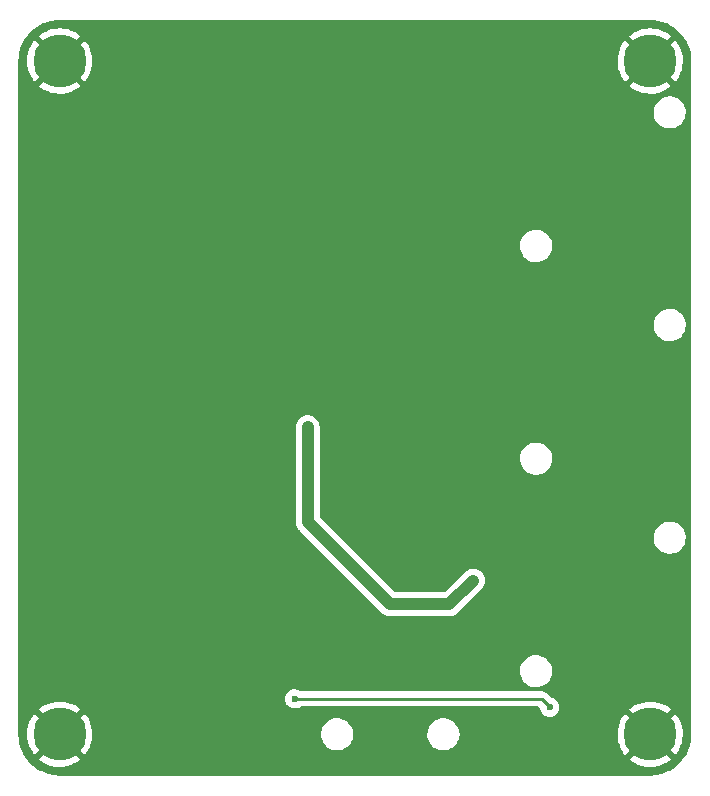
<source format=gbr>
%TF.GenerationSoftware,KiCad,Pcbnew,6.0.10-86aedd382b~118~ubuntu22.04.1*%
%TF.CreationDate,2023-01-01T10:29:27-05:00*%
%TF.ProjectId,project-nrf-princess-dress,70726f6a-6563-4742-9d6e-72662d707269,rev?*%
%TF.SameCoordinates,Original*%
%TF.FileFunction,Copper,L2,Bot*%
%TF.FilePolarity,Positive*%
%FSLAX46Y46*%
G04 Gerber Fmt 4.6, Leading zero omitted, Abs format (unit mm)*
G04 Created by KiCad (PCBNEW 6.0.10-86aedd382b~118~ubuntu22.04.1) date 2023-01-01 10:29:27*
%MOMM*%
%LPD*%
G01*
G04 APERTURE LIST*
%TA.AperFunction,ComponentPad*%
%ADD10C,4.500000*%
%TD*%
%TA.AperFunction,ViaPad*%
%ADD11C,0.800000*%
%TD*%
%TA.AperFunction,ViaPad*%
%ADD12C,0.600000*%
%TD*%
%TA.AperFunction,Conductor*%
%ADD13C,1.000000*%
%TD*%
%TA.AperFunction,Conductor*%
%ADD14C,0.250000*%
%TD*%
G04 APERTURE END LIST*
D10*
%TO.P,H4,1*%
%TO.N,GND*%
X99120000Y-85790000D03*
%TD*%
%TO.P,H3,1*%
%TO.N,GND*%
X49120000Y-85790000D03*
%TD*%
%TO.P,H2,1*%
%TO.N,GND*%
X99120000Y-28790000D03*
%TD*%
%TO.P,H1,1*%
%TO.N,GND*%
X49120000Y-28790000D03*
%TD*%
D11*
%TO.N,GND*%
X78920000Y-84190000D03*
X81020000Y-54790000D03*
X81020000Y-36790000D03*
X56720000Y-85590000D03*
X49520000Y-67290000D03*
D12*
X85920000Y-29790000D03*
X80320000Y-29790000D03*
D11*
X97720000Y-33990000D03*
X97720000Y-51990000D03*
X97720000Y-69990000D03*
D12*
X80320000Y-47790000D03*
X85820000Y-47790000D03*
X85820000Y-65790000D03*
X80420000Y-65790000D03*
X68820000Y-25890000D03*
X65420000Y-25890000D03*
X68620000Y-28490000D03*
X82120000Y-51790000D03*
X82120000Y-69790000D03*
X82120000Y-33790000D03*
D11*
X81020000Y-72790000D03*
%TO.N,+BATT*%
X84120000Y-72790000D03*
X70119952Y-59790000D03*
D12*
%TO.N,Net-(Q1-Pad1)*%
X90620000Y-83490000D03*
X69020000Y-82790000D03*
%TD*%
D13*
%TO.N,+BATT*%
X70119952Y-67789952D02*
X70119952Y-59790000D01*
X77120000Y-74790000D02*
X70119952Y-67789952D01*
X84120000Y-72790000D02*
X82120000Y-74790000D01*
X82120000Y-74790000D02*
X77120000Y-74790000D01*
D14*
%TO.N,Net-(Q1-Pad1)*%
X89920000Y-82790000D02*
X69020000Y-82790000D01*
X90620000Y-83490000D02*
X89920000Y-82790000D01*
%TD*%
%TA.AperFunction,Conductor*%
%TO.N,GND*%
G36*
X99090018Y-25300000D02*
G01*
X99104852Y-25302310D01*
X99104855Y-25302310D01*
X99113724Y-25303691D01*
X99122627Y-25302527D01*
X99122628Y-25302527D01*
X99133076Y-25301161D01*
X99155594Y-25300249D01*
X99456051Y-25315010D01*
X99468345Y-25316221D01*
X99795034Y-25364680D01*
X99807156Y-25367090D01*
X99901196Y-25390646D01*
X100127523Y-25447339D01*
X100139355Y-25450928D01*
X100450311Y-25562190D01*
X100461735Y-25566922D01*
X100529500Y-25598972D01*
X100760292Y-25708128D01*
X100771188Y-25713953D01*
X100912101Y-25798412D01*
X101054467Y-25883744D01*
X101064748Y-25890614D01*
X101330017Y-26087350D01*
X101339556Y-26095177D01*
X101584282Y-26316985D01*
X101593015Y-26325718D01*
X101814823Y-26570444D01*
X101822650Y-26579983D01*
X101887770Y-26667787D01*
X102019386Y-26845252D01*
X102026256Y-26855533D01*
X102111588Y-26997899D01*
X102137435Y-27041022D01*
X102196045Y-27138807D01*
X102201874Y-27149712D01*
X102343078Y-27448265D01*
X102347810Y-27459689D01*
X102459072Y-27770645D01*
X102462661Y-27782477D01*
X102542909Y-28102841D01*
X102545320Y-28114966D01*
X102591378Y-28425461D01*
X102593779Y-28441650D01*
X102594990Y-28453949D01*
X102595010Y-28454333D01*
X102609390Y-28747034D01*
X102608042Y-28772598D01*
X102606309Y-28783724D01*
X102608771Y-28802552D01*
X102610436Y-28815283D01*
X102611500Y-28831621D01*
X102611500Y-85740633D01*
X102610000Y-85760018D01*
X102609247Y-85764858D01*
X102606309Y-85783724D01*
X102607473Y-85792627D01*
X102607473Y-85792628D01*
X102608839Y-85803076D01*
X102609751Y-85825594D01*
X102596791Y-86089410D01*
X102594991Y-86126045D01*
X102593779Y-86138345D01*
X102545321Y-86465031D01*
X102542910Y-86477156D01*
X102533996Y-86512740D01*
X102462661Y-86797523D01*
X102459072Y-86809355D01*
X102347810Y-87120311D01*
X102343078Y-87131735D01*
X102201874Y-87430288D01*
X102196045Y-87441193D01*
X102026256Y-87724467D01*
X102019386Y-87734748D01*
X101822650Y-88000017D01*
X101814823Y-88009556D01*
X101593020Y-88254277D01*
X101584282Y-88263015D01*
X101339556Y-88484823D01*
X101330017Y-88492650D01*
X101135517Y-88636901D01*
X101064748Y-88689386D01*
X101054467Y-88696256D01*
X100912101Y-88781588D01*
X100771188Y-88866047D01*
X100760292Y-88871872D01*
X100625870Y-88935448D01*
X100461735Y-89013078D01*
X100450311Y-89017810D01*
X100139355Y-89129072D01*
X100127523Y-89132661D01*
X99901196Y-89189354D01*
X99807156Y-89212910D01*
X99795034Y-89215320D01*
X99468345Y-89263779D01*
X99456051Y-89264990D01*
X99162961Y-89279390D01*
X99137402Y-89278042D01*
X99126276Y-89276309D01*
X99094714Y-89280436D01*
X99078379Y-89281500D01*
X49169367Y-89281500D01*
X49149982Y-89280000D01*
X49135148Y-89277690D01*
X49135145Y-89277690D01*
X49126276Y-89276309D01*
X49117373Y-89277473D01*
X49117372Y-89277473D01*
X49106924Y-89278839D01*
X49084406Y-89279751D01*
X48783949Y-89264990D01*
X48771655Y-89263779D01*
X48444966Y-89215320D01*
X48432844Y-89212910D01*
X48338804Y-89189354D01*
X48112477Y-89132661D01*
X48100645Y-89129072D01*
X47789689Y-89017810D01*
X47778265Y-89013078D01*
X47614130Y-88935448D01*
X47479708Y-88871872D01*
X47468812Y-88866047D01*
X47327899Y-88781588D01*
X47185533Y-88696256D01*
X47175252Y-88689386D01*
X47104483Y-88636901D01*
X46909983Y-88492650D01*
X46900444Y-88484823D01*
X46655718Y-88263015D01*
X46646980Y-88254277D01*
X46425177Y-88009556D01*
X46417350Y-88000017D01*
X46352059Y-87911982D01*
X47363142Y-87911982D01*
X47370668Y-87922415D01*
X47516463Y-88039848D01*
X47522648Y-88044244D01*
X47798363Y-88216195D01*
X47805034Y-88219817D01*
X48099414Y-88357402D01*
X48106468Y-88360195D01*
X48415257Y-88461420D01*
X48422570Y-88463339D01*
X48741298Y-88526738D01*
X48748789Y-88527764D01*
X49072823Y-88552413D01*
X49080386Y-88552531D01*
X49405021Y-88538074D01*
X49412562Y-88537282D01*
X49733115Y-88483926D01*
X49740479Y-88482240D01*
X50052315Y-88390757D01*
X50059424Y-88388198D01*
X50358003Y-88259919D01*
X50364770Y-88256515D01*
X50645764Y-88093301D01*
X50652071Y-88089111D01*
X50870005Y-87924588D01*
X50878461Y-87913197D01*
X50877794Y-87911982D01*
X97363142Y-87911982D01*
X97370668Y-87922415D01*
X97516463Y-88039848D01*
X97522648Y-88044244D01*
X97798363Y-88216195D01*
X97805034Y-88219817D01*
X98099414Y-88357402D01*
X98106468Y-88360195D01*
X98415257Y-88461420D01*
X98422570Y-88463339D01*
X98741298Y-88526738D01*
X98748789Y-88527764D01*
X99072823Y-88552413D01*
X99080386Y-88552531D01*
X99405021Y-88538074D01*
X99412562Y-88537282D01*
X99733115Y-88483926D01*
X99740479Y-88482240D01*
X100052315Y-88390757D01*
X100059424Y-88388198D01*
X100358003Y-88259919D01*
X100364770Y-88256515D01*
X100645764Y-88093301D01*
X100652071Y-88089111D01*
X100870005Y-87924588D01*
X100878461Y-87913197D01*
X100871743Y-87900953D01*
X99132812Y-86162022D01*
X99118868Y-86154408D01*
X99117035Y-86154539D01*
X99110420Y-86158790D01*
X97370257Y-87898953D01*
X97363142Y-87911982D01*
X50877794Y-87911982D01*
X50871743Y-87900953D01*
X49132812Y-86162022D01*
X49118868Y-86154408D01*
X49117035Y-86154539D01*
X49110420Y-86158790D01*
X47370257Y-87898953D01*
X47363142Y-87911982D01*
X46352059Y-87911982D01*
X46220614Y-87734748D01*
X46213744Y-87724467D01*
X46043955Y-87441193D01*
X46038126Y-87430288D01*
X45896922Y-87131735D01*
X45892190Y-87120311D01*
X45780928Y-86809355D01*
X45777339Y-86797523D01*
X45706004Y-86512740D01*
X45697090Y-86477156D01*
X45694679Y-86465031D01*
X45646220Y-86138343D01*
X45645009Y-86126045D01*
X45643210Y-86089410D01*
X45636663Y-85956158D01*
X45630795Y-85836695D01*
X45632387Y-85809619D01*
X45633576Y-85802552D01*
X45633729Y-85790000D01*
X45630128Y-85764858D01*
X46357299Y-85764858D01*
X46373456Y-86089410D01*
X46374287Y-86096939D01*
X46429318Y-86417198D01*
X46431051Y-86424585D01*
X46524156Y-86735909D01*
X46526759Y-86743022D01*
X46656595Y-87040913D01*
X46660037Y-87047669D01*
X46824720Y-87327803D01*
X46828943Y-87334088D01*
X46985792Y-87539608D01*
X46997316Y-87548069D01*
X47009382Y-87541408D01*
X48747978Y-85802812D01*
X48754356Y-85791132D01*
X49484408Y-85791132D01*
X49484539Y-85792965D01*
X49488790Y-85799580D01*
X51228825Y-87539615D01*
X51241948Y-87546781D01*
X51252250Y-87539391D01*
X51361429Y-87405285D01*
X51365842Y-87399144D01*
X51539248Y-87124312D01*
X51542895Y-87117677D01*
X51682025Y-86824011D01*
X51684850Y-86816984D01*
X51787696Y-86508715D01*
X51789650Y-86501424D01*
X51854716Y-86183033D01*
X51855784Y-86175529D01*
X51882253Y-85850100D01*
X51882458Y-85845625D01*
X51883018Y-85792221D01*
X51882908Y-85787789D01*
X51879169Y-85725774D01*
X71258102Y-85725774D01*
X71258302Y-85731103D01*
X71258302Y-85731105D01*
X71260612Y-85792628D01*
X71266751Y-85956158D01*
X71314093Y-86181791D01*
X71398776Y-86396221D01*
X71401543Y-86400780D01*
X71401544Y-86400783D01*
X71440531Y-86465031D01*
X71518377Y-86593317D01*
X71521874Y-86597347D01*
X71642112Y-86735909D01*
X71669477Y-86767445D01*
X71673608Y-86770832D01*
X71843627Y-86910240D01*
X71843633Y-86910244D01*
X71847755Y-86913624D01*
X71852391Y-86916263D01*
X71852394Y-86916265D01*
X71925707Y-86957997D01*
X72048114Y-87027675D01*
X72264825Y-87106337D01*
X72270074Y-87107286D01*
X72270077Y-87107287D01*
X72487608Y-87146623D01*
X72487615Y-87146624D01*
X72491692Y-87147361D01*
X72509414Y-87148197D01*
X72514356Y-87148430D01*
X72514363Y-87148430D01*
X72515844Y-87148500D01*
X72677890Y-87148500D01*
X72744809Y-87142822D01*
X72844409Y-87134371D01*
X72844413Y-87134370D01*
X72849720Y-87133920D01*
X72854875Y-87132582D01*
X72854881Y-87132581D01*
X73067703Y-87077343D01*
X73067707Y-87077342D01*
X73072872Y-87076001D01*
X73077738Y-87073809D01*
X73077741Y-87073808D01*
X73278202Y-86983507D01*
X73283075Y-86981312D01*
X73474319Y-86852559D01*
X73532012Y-86797523D01*
X73637278Y-86697103D01*
X73641135Y-86693424D01*
X73778754Y-86508458D01*
X73782331Y-86501424D01*
X73880822Y-86307704D01*
X73883240Y-86302949D01*
X73919321Y-86186752D01*
X73950024Y-86087871D01*
X73951607Y-86082773D01*
X73952308Y-86077484D01*
X73981198Y-85859511D01*
X73981198Y-85859506D01*
X73981898Y-85854226D01*
X73979847Y-85799580D01*
X73977076Y-85725774D01*
X80258102Y-85725774D01*
X80258302Y-85731103D01*
X80258302Y-85731105D01*
X80260612Y-85792628D01*
X80266751Y-85956158D01*
X80314093Y-86181791D01*
X80398776Y-86396221D01*
X80401543Y-86400780D01*
X80401544Y-86400783D01*
X80440531Y-86465031D01*
X80518377Y-86593317D01*
X80521874Y-86597347D01*
X80642112Y-86735909D01*
X80669477Y-86767445D01*
X80673608Y-86770832D01*
X80843627Y-86910240D01*
X80843633Y-86910244D01*
X80847755Y-86913624D01*
X80852391Y-86916263D01*
X80852394Y-86916265D01*
X80925707Y-86957997D01*
X81048114Y-87027675D01*
X81264825Y-87106337D01*
X81270074Y-87107286D01*
X81270077Y-87107287D01*
X81487608Y-87146623D01*
X81487615Y-87146624D01*
X81491692Y-87147361D01*
X81509414Y-87148197D01*
X81514356Y-87148430D01*
X81514363Y-87148430D01*
X81515844Y-87148500D01*
X81677890Y-87148500D01*
X81744809Y-87142822D01*
X81844409Y-87134371D01*
X81844413Y-87134370D01*
X81849720Y-87133920D01*
X81854875Y-87132582D01*
X81854881Y-87132581D01*
X82067703Y-87077343D01*
X82067707Y-87077342D01*
X82072872Y-87076001D01*
X82077738Y-87073809D01*
X82077741Y-87073808D01*
X82278202Y-86983507D01*
X82283075Y-86981312D01*
X82474319Y-86852559D01*
X82532012Y-86797523D01*
X82637278Y-86697103D01*
X82641135Y-86693424D01*
X82778754Y-86508458D01*
X82782331Y-86501424D01*
X82880822Y-86307704D01*
X82883240Y-86302949D01*
X82919321Y-86186752D01*
X82950024Y-86087871D01*
X82951607Y-86082773D01*
X82952308Y-86077484D01*
X82981198Y-85859511D01*
X82981198Y-85859506D01*
X82981898Y-85854226D01*
X82979847Y-85799580D01*
X82978543Y-85764858D01*
X96357299Y-85764858D01*
X96373456Y-86089410D01*
X96374287Y-86096939D01*
X96429318Y-86417198D01*
X96431051Y-86424585D01*
X96524156Y-86735909D01*
X96526759Y-86743022D01*
X96656595Y-87040913D01*
X96660037Y-87047669D01*
X96824720Y-87327803D01*
X96828943Y-87334088D01*
X96985792Y-87539608D01*
X96997316Y-87548069D01*
X97009382Y-87541408D01*
X98747978Y-85802812D01*
X98754356Y-85791132D01*
X99484408Y-85791132D01*
X99484539Y-85792965D01*
X99488790Y-85799580D01*
X101228825Y-87539615D01*
X101241948Y-87546781D01*
X101252250Y-87539391D01*
X101361429Y-87405285D01*
X101365842Y-87399144D01*
X101539248Y-87124312D01*
X101542895Y-87117677D01*
X101682025Y-86824011D01*
X101684850Y-86816984D01*
X101787696Y-86508715D01*
X101789650Y-86501424D01*
X101854716Y-86183033D01*
X101855784Y-86175529D01*
X101882253Y-85850100D01*
X101882458Y-85845625D01*
X101883018Y-85792221D01*
X101882908Y-85787789D01*
X101863257Y-85461835D01*
X101862349Y-85454333D01*
X101803967Y-85134663D01*
X101802154Y-85127284D01*
X101705797Y-84816966D01*
X101703116Y-84809869D01*
X101570172Y-84513363D01*
X101566655Y-84506636D01*
X101399054Y-84228252D01*
X101394757Y-84221999D01*
X101253617Y-84041022D01*
X101241823Y-84032551D01*
X101230113Y-84039097D01*
X99492022Y-85777188D01*
X99484408Y-85791132D01*
X98754356Y-85791132D01*
X98755592Y-85788868D01*
X98755461Y-85787035D01*
X98751210Y-85780420D01*
X97010864Y-84040074D01*
X96997929Y-84033011D01*
X96987367Y-84040671D01*
X96861785Y-84198268D01*
X96857428Y-84204467D01*
X96686913Y-84481094D01*
X96683333Y-84487770D01*
X96547287Y-84782878D01*
X96544537Y-84789929D01*
X96444927Y-85099251D01*
X96443044Y-85106584D01*
X96381316Y-85425632D01*
X96380329Y-85433132D01*
X96357378Y-85757277D01*
X96357299Y-85764858D01*
X82978543Y-85764858D01*
X82973449Y-85629173D01*
X82973249Y-85623842D01*
X82925907Y-85398209D01*
X82841224Y-85183779D01*
X82721623Y-84986683D01*
X82634755Y-84886576D01*
X82574023Y-84816588D01*
X82574021Y-84816586D01*
X82570523Y-84812555D01*
X82528970Y-84778484D01*
X82396373Y-84669760D01*
X82396367Y-84669756D01*
X82392245Y-84666376D01*
X82387609Y-84663737D01*
X82387606Y-84663735D01*
X82196529Y-84554968D01*
X82191886Y-84552325D01*
X81975175Y-84473663D01*
X81969926Y-84472714D01*
X81969923Y-84472713D01*
X81752392Y-84433377D01*
X81752385Y-84433376D01*
X81748308Y-84432639D01*
X81730586Y-84431803D01*
X81725644Y-84431570D01*
X81725637Y-84431570D01*
X81724156Y-84431500D01*
X81562110Y-84431500D01*
X81495191Y-84437178D01*
X81395591Y-84445629D01*
X81395587Y-84445630D01*
X81390280Y-84446080D01*
X81385125Y-84447418D01*
X81385119Y-84447419D01*
X81172297Y-84502657D01*
X81172293Y-84502658D01*
X81167128Y-84503999D01*
X81162262Y-84506191D01*
X81162259Y-84506192D01*
X81053980Y-84554968D01*
X80956925Y-84598688D01*
X80765681Y-84727441D01*
X80598865Y-84886576D01*
X80461246Y-85071542D01*
X80458830Y-85076293D01*
X80458828Y-85076297D01*
X80432905Y-85127284D01*
X80356760Y-85277051D01*
X80355178Y-85282145D01*
X80355177Y-85282148D01*
X80313001Y-85417978D01*
X80288393Y-85497227D01*
X80287692Y-85502516D01*
X80272304Y-85618623D01*
X80258102Y-85725774D01*
X73977076Y-85725774D01*
X73973449Y-85629173D01*
X73973249Y-85623842D01*
X73925907Y-85398209D01*
X73841224Y-85183779D01*
X73721623Y-84986683D01*
X73634755Y-84886576D01*
X73574023Y-84816588D01*
X73574021Y-84816586D01*
X73570523Y-84812555D01*
X73528970Y-84778484D01*
X73396373Y-84669760D01*
X73396367Y-84669756D01*
X73392245Y-84666376D01*
X73387609Y-84663737D01*
X73387606Y-84663735D01*
X73196529Y-84554968D01*
X73191886Y-84552325D01*
X72975175Y-84473663D01*
X72969926Y-84472714D01*
X72969923Y-84472713D01*
X72752392Y-84433377D01*
X72752385Y-84433376D01*
X72748308Y-84432639D01*
X72730586Y-84431803D01*
X72725644Y-84431570D01*
X72725637Y-84431570D01*
X72724156Y-84431500D01*
X72562110Y-84431500D01*
X72495191Y-84437178D01*
X72395591Y-84445629D01*
X72395587Y-84445630D01*
X72390280Y-84446080D01*
X72385125Y-84447418D01*
X72385119Y-84447419D01*
X72172297Y-84502657D01*
X72172293Y-84502658D01*
X72167128Y-84503999D01*
X72162262Y-84506191D01*
X72162259Y-84506192D01*
X72053980Y-84554968D01*
X71956925Y-84598688D01*
X71765681Y-84727441D01*
X71598865Y-84886576D01*
X71461246Y-85071542D01*
X71458830Y-85076293D01*
X71458828Y-85076297D01*
X71432905Y-85127284D01*
X71356760Y-85277051D01*
X71355178Y-85282145D01*
X71355177Y-85282148D01*
X71313001Y-85417978D01*
X71288393Y-85497227D01*
X71287692Y-85502516D01*
X71272304Y-85618623D01*
X71258102Y-85725774D01*
X51879169Y-85725774D01*
X51863257Y-85461835D01*
X51862349Y-85454333D01*
X51803967Y-85134663D01*
X51802154Y-85127284D01*
X51705797Y-84816966D01*
X51703116Y-84809869D01*
X51570172Y-84513363D01*
X51566655Y-84506636D01*
X51399054Y-84228252D01*
X51394757Y-84221999D01*
X51253617Y-84041022D01*
X51241823Y-84032551D01*
X51230113Y-84039097D01*
X49492022Y-85777188D01*
X49484408Y-85791132D01*
X48754356Y-85791132D01*
X48755592Y-85788868D01*
X48755461Y-85787035D01*
X48751210Y-85780420D01*
X47010864Y-84040074D01*
X46997929Y-84033011D01*
X46987367Y-84040671D01*
X46861785Y-84198268D01*
X46857428Y-84204467D01*
X46686913Y-84481094D01*
X46683333Y-84487770D01*
X46547287Y-84782878D01*
X46544537Y-84789929D01*
X46444927Y-85099251D01*
X46443044Y-85106584D01*
X46381316Y-85425632D01*
X46380329Y-85433132D01*
X46357378Y-85757277D01*
X46357299Y-85764858D01*
X45630128Y-85764858D01*
X45629773Y-85762376D01*
X45628500Y-85744514D01*
X45628500Y-83667773D01*
X47362267Y-83667773D01*
X47368871Y-83679661D01*
X49107188Y-85417978D01*
X49121132Y-85425592D01*
X49122965Y-85425461D01*
X49129580Y-85421210D01*
X50870162Y-83680628D01*
X50877174Y-83667787D01*
X50869379Y-83657098D01*
X50699886Y-83523481D01*
X50693663Y-83519156D01*
X50416140Y-83350088D01*
X50409465Y-83346553D01*
X50113637Y-83212049D01*
X50106567Y-83209335D01*
X49796740Y-83111350D01*
X49789389Y-83109503D01*
X49470024Y-83049446D01*
X49462515Y-83048498D01*
X49138251Y-83027245D01*
X49130686Y-83027205D01*
X48806207Y-83045062D01*
X48798693Y-83045931D01*
X48478713Y-83102641D01*
X48471357Y-83104406D01*
X48160503Y-83199147D01*
X48153409Y-83201786D01*
X47856207Y-83333178D01*
X47849470Y-83336655D01*
X47570196Y-83502805D01*
X47563945Y-83507053D01*
X47370733Y-83656115D01*
X47362267Y-83667773D01*
X45628500Y-83667773D01*
X45628500Y-82778640D01*
X68206463Y-82778640D01*
X68224163Y-82959160D01*
X68281418Y-83131273D01*
X68285065Y-83137295D01*
X68285066Y-83137297D01*
X68328694Y-83209335D01*
X68375380Y-83286424D01*
X68501382Y-83416902D01*
X68507278Y-83420760D01*
X68632656Y-83502805D01*
X68653159Y-83516222D01*
X68659763Y-83518678D01*
X68659765Y-83518679D01*
X68816558Y-83576990D01*
X68816560Y-83576990D01*
X68823168Y-83579448D01*
X68906995Y-83590633D01*
X68995980Y-83602507D01*
X68995984Y-83602507D01*
X69002961Y-83603438D01*
X69009972Y-83602800D01*
X69009976Y-83602800D01*
X69152459Y-83589832D01*
X69183600Y-83586998D01*
X69190302Y-83584820D01*
X69190304Y-83584820D01*
X69349409Y-83533124D01*
X69349412Y-83533123D01*
X69356108Y-83530947D01*
X69506540Y-83441271D01*
X69571058Y-83423500D01*
X89605406Y-83423500D01*
X89673527Y-83443502D01*
X89694501Y-83460405D01*
X89784750Y-83550654D01*
X89818776Y-83612966D01*
X89821054Y-83627453D01*
X89824163Y-83659160D01*
X89881418Y-83831273D01*
X89885065Y-83837295D01*
X89885066Y-83837297D01*
X89895978Y-83855314D01*
X89975380Y-83986424D01*
X89980269Y-83991487D01*
X89980270Y-83991488D01*
X90027766Y-84040671D01*
X90101382Y-84116902D01*
X90253159Y-84216222D01*
X90259763Y-84218678D01*
X90259765Y-84218679D01*
X90416558Y-84276990D01*
X90416560Y-84276990D01*
X90423168Y-84279448D01*
X90506995Y-84290633D01*
X90595980Y-84302507D01*
X90595984Y-84302507D01*
X90602961Y-84303438D01*
X90609972Y-84302800D01*
X90609976Y-84302800D01*
X90752459Y-84289832D01*
X90783600Y-84286998D01*
X90790302Y-84284820D01*
X90790304Y-84284820D01*
X90949409Y-84233124D01*
X90949412Y-84233123D01*
X90956108Y-84230947D01*
X91111912Y-84138069D01*
X91243266Y-84012982D01*
X91343643Y-83861902D01*
X91408055Y-83692338D01*
X91409837Y-83679661D01*
X91411508Y-83667773D01*
X97362267Y-83667773D01*
X97368871Y-83679661D01*
X99107188Y-85417978D01*
X99121132Y-85425592D01*
X99122965Y-85425461D01*
X99129580Y-85421210D01*
X100870162Y-83680628D01*
X100877174Y-83667787D01*
X100869379Y-83657098D01*
X100699886Y-83523481D01*
X100693663Y-83519156D01*
X100416140Y-83350088D01*
X100409465Y-83346553D01*
X100113637Y-83212049D01*
X100106567Y-83209335D01*
X99796740Y-83111350D01*
X99789389Y-83109503D01*
X99470024Y-83049446D01*
X99462515Y-83048498D01*
X99138251Y-83027245D01*
X99130686Y-83027205D01*
X98806207Y-83045062D01*
X98798693Y-83045931D01*
X98478713Y-83102641D01*
X98471357Y-83104406D01*
X98160503Y-83199147D01*
X98153409Y-83201786D01*
X97856207Y-83333178D01*
X97849470Y-83336655D01*
X97570196Y-83502805D01*
X97563945Y-83507053D01*
X97370733Y-83656115D01*
X97362267Y-83667773D01*
X91411508Y-83667773D01*
X91432748Y-83516639D01*
X91432748Y-83516636D01*
X91433299Y-83512717D01*
X91433616Y-83490000D01*
X91413397Y-83309745D01*
X91405276Y-83286424D01*
X91356064Y-83145106D01*
X91356062Y-83145103D01*
X91353745Y-83138448D01*
X91345086Y-83124590D01*
X91261359Y-82990598D01*
X91257626Y-82984624D01*
X91225379Y-82952151D01*
X91134778Y-82860915D01*
X91134774Y-82860912D01*
X91129815Y-82855918D01*
X90976666Y-82758727D01*
X90947463Y-82748328D01*
X90812425Y-82700243D01*
X90812420Y-82700242D01*
X90805790Y-82697881D01*
X90798802Y-82697048D01*
X90798799Y-82697047D01*
X90756008Y-82691945D01*
X90690734Y-82664018D01*
X90681831Y-82655926D01*
X90423652Y-82397747D01*
X90416112Y-82389461D01*
X90412000Y-82382982D01*
X90362348Y-82336356D01*
X90359507Y-82333602D01*
X90339770Y-82313865D01*
X90336573Y-82311385D01*
X90327551Y-82303680D01*
X90301100Y-82278841D01*
X90295321Y-82273414D01*
X90288375Y-82269595D01*
X90288372Y-82269593D01*
X90277566Y-82263652D01*
X90261047Y-82252801D01*
X90260583Y-82252441D01*
X90245041Y-82240386D01*
X90237772Y-82237241D01*
X90237768Y-82237238D01*
X90204463Y-82222826D01*
X90193813Y-82217609D01*
X90155060Y-82196305D01*
X90135437Y-82191267D01*
X90116734Y-82184863D01*
X90105420Y-82179967D01*
X90105419Y-82179967D01*
X90098145Y-82176819D01*
X90090322Y-82175580D01*
X90090312Y-82175577D01*
X90054476Y-82169901D01*
X90042856Y-82167495D01*
X90007711Y-82158472D01*
X90007710Y-82158472D01*
X90000030Y-82156500D01*
X89979776Y-82156500D01*
X89960065Y-82154949D01*
X89947886Y-82153020D01*
X89940057Y-82151780D01*
X89932165Y-82152526D01*
X89896039Y-82155941D01*
X89884181Y-82156500D01*
X69567338Y-82156500D01*
X69499824Y-82136885D01*
X69466583Y-82115790D01*
X69376666Y-82058727D01*
X69347463Y-82048328D01*
X69212425Y-82000243D01*
X69212420Y-82000242D01*
X69205790Y-81997881D01*
X69198802Y-81997048D01*
X69198799Y-81997047D01*
X69075698Y-81982368D01*
X69025680Y-81976404D01*
X69018677Y-81977140D01*
X69018676Y-81977140D01*
X68852288Y-81994628D01*
X68852286Y-81994629D01*
X68845288Y-81995364D01*
X68673579Y-82053818D01*
X68667575Y-82057512D01*
X68525095Y-82145166D01*
X68525092Y-82145168D01*
X68519088Y-82148862D01*
X68514053Y-82153793D01*
X68514050Y-82153795D01*
X68394525Y-82270843D01*
X68389493Y-82275771D01*
X68291235Y-82428238D01*
X68229197Y-82598685D01*
X68206463Y-82778640D01*
X45628500Y-82778640D01*
X45628500Y-80382628D01*
X88101248Y-80382628D01*
X88109897Y-80613012D01*
X88157239Y-80838645D01*
X88241922Y-81053075D01*
X88361523Y-81250171D01*
X88365020Y-81254201D01*
X88451584Y-81353957D01*
X88512623Y-81424299D01*
X88516754Y-81427686D01*
X88686773Y-81567094D01*
X88686779Y-81567098D01*
X88690901Y-81570478D01*
X88695537Y-81573117D01*
X88695540Y-81573119D01*
X88804568Y-81635181D01*
X88891260Y-81684529D01*
X89107971Y-81763191D01*
X89113220Y-81764140D01*
X89113223Y-81764141D01*
X89330754Y-81803477D01*
X89330761Y-81803478D01*
X89334838Y-81804215D01*
X89352560Y-81805051D01*
X89357502Y-81805284D01*
X89357509Y-81805284D01*
X89358990Y-81805354D01*
X89521036Y-81805354D01*
X89587955Y-81799676D01*
X89687555Y-81791225D01*
X89687559Y-81791224D01*
X89692866Y-81790774D01*
X89698021Y-81789436D01*
X89698027Y-81789435D01*
X89910849Y-81734197D01*
X89910853Y-81734196D01*
X89916018Y-81732855D01*
X89920884Y-81730663D01*
X89920887Y-81730662D01*
X90121348Y-81640361D01*
X90126221Y-81638166D01*
X90317465Y-81509413D01*
X90484281Y-81350278D01*
X90621900Y-81165312D01*
X90726386Y-80959803D01*
X90762467Y-80843606D01*
X90793170Y-80744725D01*
X90794753Y-80739627D01*
X90795454Y-80734338D01*
X90824344Y-80516365D01*
X90824344Y-80516360D01*
X90825044Y-80511080D01*
X90816395Y-80280696D01*
X90769053Y-80055063D01*
X90684370Y-79840633D01*
X90564769Y-79643537D01*
X90477901Y-79543430D01*
X90417169Y-79473442D01*
X90417167Y-79473440D01*
X90413669Y-79469409D01*
X90372116Y-79435338D01*
X90239519Y-79326614D01*
X90239513Y-79326610D01*
X90235391Y-79323230D01*
X90230755Y-79320591D01*
X90230752Y-79320589D01*
X90039675Y-79211822D01*
X90035032Y-79209179D01*
X89818321Y-79130517D01*
X89813072Y-79129568D01*
X89813069Y-79129567D01*
X89595538Y-79090231D01*
X89595531Y-79090230D01*
X89591454Y-79089493D01*
X89573732Y-79088657D01*
X89568790Y-79088424D01*
X89568783Y-79088424D01*
X89567302Y-79088354D01*
X89405256Y-79088354D01*
X89338337Y-79094032D01*
X89238737Y-79102483D01*
X89238733Y-79102484D01*
X89233426Y-79102934D01*
X89228271Y-79104272D01*
X89228265Y-79104273D01*
X89015443Y-79159511D01*
X89015439Y-79159512D01*
X89010274Y-79160853D01*
X89005408Y-79163045D01*
X89005405Y-79163046D01*
X88897126Y-79211822D01*
X88800071Y-79255542D01*
X88608827Y-79384295D01*
X88442011Y-79543430D01*
X88304392Y-79728396D01*
X88199906Y-79933905D01*
X88198324Y-79938999D01*
X88198323Y-79939002D01*
X88136261Y-80138874D01*
X88131539Y-80154081D01*
X88130838Y-80159370D01*
X88115450Y-80275477D01*
X88101248Y-80382628D01*
X45628500Y-80382628D01*
X45628500Y-67779340D01*
X69106628Y-67779340D01*
X69107493Y-67789226D01*
X69111002Y-67829340D01*
X69111331Y-67834166D01*
X69111452Y-67836638D01*
X69111452Y-67839721D01*
X69111753Y-67842789D01*
X69115642Y-67882458D01*
X69115764Y-67883771D01*
X69116788Y-67895471D01*
X69123865Y-67976365D01*
X69125352Y-67981484D01*
X69125872Y-67986785D01*
X69152743Y-68075786D01*
X69153078Y-68076919D01*
X69177139Y-68159734D01*
X69179043Y-68166288D01*
X69181496Y-68171020D01*
X69183036Y-68176121D01*
X69185930Y-68181564D01*
X69226683Y-68258212D01*
X69227295Y-68259378D01*
X69270060Y-68341878D01*
X69273383Y-68346041D01*
X69275886Y-68350748D01*
X69334707Y-68422870D01*
X69335398Y-68423726D01*
X69366690Y-68462925D01*
X69369194Y-68465429D01*
X69369836Y-68466147D01*
X69373537Y-68470480D01*
X69400887Y-68504014D01*
X69405634Y-68507941D01*
X69405636Y-68507943D01*
X69436214Y-68533239D01*
X69444994Y-68541229D01*
X76363145Y-75459379D01*
X76372247Y-75469522D01*
X76395968Y-75499025D01*
X76400696Y-75502992D01*
X76434421Y-75531291D01*
X76438069Y-75534472D01*
X76439881Y-75536115D01*
X76442075Y-75538309D01*
X76475349Y-75565642D01*
X76476147Y-75566304D01*
X76547474Y-75626154D01*
X76552144Y-75628722D01*
X76556261Y-75632103D01*
X76638120Y-75675995D01*
X76639280Y-75676624D01*
X76715389Y-75718466D01*
X76715394Y-75718468D01*
X76720787Y-75721433D01*
X76725865Y-75723044D01*
X76730563Y-75725563D01*
X76819498Y-75752753D01*
X76820702Y-75753128D01*
X76909306Y-75781235D01*
X76914597Y-75781828D01*
X76919698Y-75783388D01*
X76925830Y-75784011D01*
X76925836Y-75784012D01*
X76986338Y-75790157D01*
X77012263Y-75792790D01*
X77013450Y-75792916D01*
X77042838Y-75796213D01*
X77059730Y-75798108D01*
X77059735Y-75798108D01*
X77063227Y-75798500D01*
X77066752Y-75798500D01*
X77067737Y-75798555D01*
X77073432Y-75799003D01*
X77085342Y-75800213D01*
X77110334Y-75802752D01*
X77110339Y-75802752D01*
X77116462Y-75803374D01*
X77162108Y-75799059D01*
X77173967Y-75798500D01*
X82058157Y-75798500D01*
X82071764Y-75799237D01*
X82103262Y-75802659D01*
X82103267Y-75802659D01*
X82109388Y-75803324D01*
X82135638Y-75801027D01*
X82159388Y-75798950D01*
X82164214Y-75798621D01*
X82166686Y-75798500D01*
X82169769Y-75798500D01*
X82181738Y-75797326D01*
X82212506Y-75794310D01*
X82213819Y-75794188D01*
X82258084Y-75790315D01*
X82306413Y-75786087D01*
X82311532Y-75784600D01*
X82316833Y-75784080D01*
X82405834Y-75757209D01*
X82406967Y-75756874D01*
X82490414Y-75732630D01*
X82490418Y-75732628D01*
X82496336Y-75730909D01*
X82501068Y-75728456D01*
X82506169Y-75726916D01*
X82522062Y-75718466D01*
X82588260Y-75683269D01*
X82589426Y-75682657D01*
X82666453Y-75642729D01*
X82671926Y-75639892D01*
X82676089Y-75636569D01*
X82680796Y-75634066D01*
X82752918Y-75575245D01*
X82753774Y-75574554D01*
X82792973Y-75543262D01*
X82795477Y-75540758D01*
X82796195Y-75540116D01*
X82800528Y-75536415D01*
X82834062Y-75509065D01*
X82863288Y-75473737D01*
X82871277Y-75464958D01*
X84866127Y-73470107D01*
X84868309Y-73467925D01*
X84962103Y-73353739D01*
X85055562Y-73179437D01*
X85113387Y-72990302D01*
X85133374Y-72793538D01*
X85114761Y-72596638D01*
X85058259Y-72407104D01*
X84966018Y-72232154D01*
X84841553Y-72078453D01*
X84689604Y-71951854D01*
X84515959Y-71857178D01*
X84421596Y-71827607D01*
X84333114Y-71799878D01*
X84333111Y-71799877D01*
X84327232Y-71798035D01*
X84321109Y-71797370D01*
X84321105Y-71797369D01*
X84136736Y-71777341D01*
X84136732Y-71777341D01*
X84130611Y-71776676D01*
X83933587Y-71793913D01*
X83927670Y-71795632D01*
X83927665Y-71795633D01*
X83796936Y-71833614D01*
X83743664Y-71849091D01*
X83568074Y-71940108D01*
X83533963Y-71967338D01*
X83449777Y-72034542D01*
X83449770Y-72034549D01*
X83447027Y-72036738D01*
X83444532Y-72039233D01*
X81739171Y-73744595D01*
X81676859Y-73778620D01*
X81650076Y-73781500D01*
X77589924Y-73781500D01*
X77521803Y-73761498D01*
X77500829Y-73744595D01*
X72825154Y-69068920D01*
X99414956Y-69068920D01*
X99423605Y-69299304D01*
X99470947Y-69524937D01*
X99555630Y-69739367D01*
X99675231Y-69936463D01*
X99678728Y-69940493D01*
X99765292Y-70040249D01*
X99826331Y-70110591D01*
X99830462Y-70113978D01*
X100000481Y-70253386D01*
X100000487Y-70253390D01*
X100004609Y-70256770D01*
X100009245Y-70259409D01*
X100009248Y-70259411D01*
X100118276Y-70321473D01*
X100204968Y-70370821D01*
X100421679Y-70449483D01*
X100426928Y-70450432D01*
X100426931Y-70450433D01*
X100644462Y-70489769D01*
X100644469Y-70489770D01*
X100648546Y-70490507D01*
X100666268Y-70491343D01*
X100671210Y-70491576D01*
X100671217Y-70491576D01*
X100672698Y-70491646D01*
X100834744Y-70491646D01*
X100901663Y-70485968D01*
X101001263Y-70477517D01*
X101001267Y-70477516D01*
X101006574Y-70477066D01*
X101011729Y-70475728D01*
X101011735Y-70475727D01*
X101224557Y-70420489D01*
X101224561Y-70420488D01*
X101229726Y-70419147D01*
X101234592Y-70416955D01*
X101234595Y-70416954D01*
X101435056Y-70326653D01*
X101439929Y-70324458D01*
X101631173Y-70195705D01*
X101797989Y-70036570D01*
X101935608Y-69851604D01*
X102040094Y-69646095D01*
X102076175Y-69529898D01*
X102106878Y-69431017D01*
X102108461Y-69425919D01*
X102109162Y-69420630D01*
X102138052Y-69202657D01*
X102138052Y-69202652D01*
X102138752Y-69197372D01*
X102130103Y-68966988D01*
X102082761Y-68741355D01*
X101998078Y-68526925D01*
X101986560Y-68507943D01*
X101887968Y-68345470D01*
X101878477Y-68329829D01*
X101791609Y-68229722D01*
X101730877Y-68159734D01*
X101730875Y-68159732D01*
X101727377Y-68155701D01*
X101630619Y-68076364D01*
X101553227Y-68012906D01*
X101553221Y-68012902D01*
X101549099Y-68009522D01*
X101544463Y-68006883D01*
X101544460Y-68006881D01*
X101353383Y-67898114D01*
X101348740Y-67895471D01*
X101132029Y-67816809D01*
X101126780Y-67815860D01*
X101126777Y-67815859D01*
X100909246Y-67776523D01*
X100909239Y-67776522D01*
X100905162Y-67775785D01*
X100887440Y-67774949D01*
X100882498Y-67774716D01*
X100882491Y-67774716D01*
X100881010Y-67774646D01*
X100718964Y-67774646D01*
X100663644Y-67779340D01*
X100552445Y-67788775D01*
X100552441Y-67788776D01*
X100547134Y-67789226D01*
X100541979Y-67790564D01*
X100541973Y-67790565D01*
X100329151Y-67845803D01*
X100329147Y-67845804D01*
X100323982Y-67847145D01*
X100319116Y-67849337D01*
X100319113Y-67849338D01*
X100210834Y-67898114D01*
X100113779Y-67941834D01*
X99922535Y-68070587D01*
X99755719Y-68229722D01*
X99618100Y-68414688D01*
X99615684Y-68419439D01*
X99615682Y-68419443D01*
X99613726Y-68423291D01*
X99513614Y-68620197D01*
X99512032Y-68625291D01*
X99512031Y-68625294D01*
X99449969Y-68825166D01*
X99445247Y-68840373D01*
X99444546Y-68845662D01*
X99429158Y-68961769D01*
X99414956Y-69068920D01*
X72825154Y-69068920D01*
X71165357Y-67409123D01*
X71131331Y-67346811D01*
X71128452Y-67320028D01*
X71128452Y-62382628D01*
X88101248Y-62382628D01*
X88109897Y-62613012D01*
X88157239Y-62838645D01*
X88241922Y-63053075D01*
X88361523Y-63250171D01*
X88365020Y-63254201D01*
X88451584Y-63353957D01*
X88512623Y-63424299D01*
X88516754Y-63427686D01*
X88686773Y-63567094D01*
X88686779Y-63567098D01*
X88690901Y-63570478D01*
X88695537Y-63573117D01*
X88695540Y-63573119D01*
X88804568Y-63635181D01*
X88891260Y-63684529D01*
X89107971Y-63763191D01*
X89113220Y-63764140D01*
X89113223Y-63764141D01*
X89330754Y-63803477D01*
X89330761Y-63803478D01*
X89334838Y-63804215D01*
X89352560Y-63805051D01*
X89357502Y-63805284D01*
X89357509Y-63805284D01*
X89358990Y-63805354D01*
X89521036Y-63805354D01*
X89587955Y-63799676D01*
X89687555Y-63791225D01*
X89687559Y-63791224D01*
X89692866Y-63790774D01*
X89698021Y-63789436D01*
X89698027Y-63789435D01*
X89910849Y-63734197D01*
X89910853Y-63734196D01*
X89916018Y-63732855D01*
X89920884Y-63730663D01*
X89920887Y-63730662D01*
X90121348Y-63640361D01*
X90126221Y-63638166D01*
X90317465Y-63509413D01*
X90484281Y-63350278D01*
X90621900Y-63165312D01*
X90726386Y-62959803D01*
X90762467Y-62843606D01*
X90793170Y-62744725D01*
X90794753Y-62739627D01*
X90795454Y-62734338D01*
X90824344Y-62516365D01*
X90824344Y-62516360D01*
X90825044Y-62511080D01*
X90816395Y-62280696D01*
X90769053Y-62055063D01*
X90684370Y-61840633D01*
X90564769Y-61643537D01*
X90477901Y-61543430D01*
X90417169Y-61473442D01*
X90417167Y-61473440D01*
X90413669Y-61469409D01*
X90372116Y-61435338D01*
X90239519Y-61326614D01*
X90239513Y-61326610D01*
X90235391Y-61323230D01*
X90230755Y-61320591D01*
X90230752Y-61320589D01*
X90039675Y-61211822D01*
X90035032Y-61209179D01*
X89818321Y-61130517D01*
X89813072Y-61129568D01*
X89813069Y-61129567D01*
X89595538Y-61090231D01*
X89595531Y-61090230D01*
X89591454Y-61089493D01*
X89573732Y-61088657D01*
X89568790Y-61088424D01*
X89568783Y-61088424D01*
X89567302Y-61088354D01*
X89405256Y-61088354D01*
X89338337Y-61094032D01*
X89238737Y-61102483D01*
X89238733Y-61102484D01*
X89233426Y-61102934D01*
X89228271Y-61104272D01*
X89228265Y-61104273D01*
X89015443Y-61159511D01*
X89015439Y-61159512D01*
X89010274Y-61160853D01*
X89005408Y-61163045D01*
X89005405Y-61163046D01*
X88897126Y-61211822D01*
X88800071Y-61255542D01*
X88608827Y-61384295D01*
X88442011Y-61543430D01*
X88304392Y-61728396D01*
X88199906Y-61933905D01*
X88198324Y-61938999D01*
X88198323Y-61939002D01*
X88136261Y-62138874D01*
X88131539Y-62154081D01*
X88130838Y-62159370D01*
X88115450Y-62275477D01*
X88101248Y-62382628D01*
X71128452Y-62382628D01*
X71128452Y-59740231D01*
X71127766Y-59733227D01*
X71114633Y-59599301D01*
X71114032Y-59593167D01*
X71056868Y-59403831D01*
X70964018Y-59229204D01*
X70893661Y-59142938D01*
X70842912Y-59080713D01*
X70842909Y-59080710D01*
X70839017Y-59075938D01*
X70832676Y-59070692D01*
X70691377Y-58953799D01*
X70691373Y-58953797D01*
X70686627Y-58949870D01*
X70512653Y-58855802D01*
X70323720Y-58797318D01*
X70317595Y-58796674D01*
X70317594Y-58796674D01*
X70133156Y-58777289D01*
X70133154Y-58777289D01*
X70127027Y-58776645D01*
X70044528Y-58784153D01*
X69936203Y-58794011D01*
X69936200Y-58794012D01*
X69930064Y-58794570D01*
X69924158Y-58796308D01*
X69924154Y-58796309D01*
X69819028Y-58827249D01*
X69740333Y-58850410D01*
X69734875Y-58853263D01*
X69734871Y-58853265D01*
X69644099Y-58900720D01*
X69565062Y-58942040D01*
X69410927Y-59065968D01*
X69283798Y-59217474D01*
X69280831Y-59222872D01*
X69280827Y-59222877D01*
X69277349Y-59229204D01*
X69188519Y-59390787D01*
X69186658Y-59396654D01*
X69186657Y-59396656D01*
X69130579Y-59573436D01*
X69128717Y-59579306D01*
X69111452Y-59733227D01*
X69111452Y-67728109D01*
X69110715Y-67741716D01*
X69106628Y-67779340D01*
X45628500Y-67779340D01*
X45628500Y-51068920D01*
X99414956Y-51068920D01*
X99423605Y-51299304D01*
X99470947Y-51524937D01*
X99555630Y-51739367D01*
X99675231Y-51936463D01*
X99678728Y-51940493D01*
X99765292Y-52040249D01*
X99826331Y-52110591D01*
X99830462Y-52113978D01*
X100000481Y-52253386D01*
X100000487Y-52253390D01*
X100004609Y-52256770D01*
X100009245Y-52259409D01*
X100009248Y-52259411D01*
X100118276Y-52321473D01*
X100204968Y-52370821D01*
X100421679Y-52449483D01*
X100426928Y-52450432D01*
X100426931Y-52450433D01*
X100644462Y-52489769D01*
X100644469Y-52489770D01*
X100648546Y-52490507D01*
X100666268Y-52491343D01*
X100671210Y-52491576D01*
X100671217Y-52491576D01*
X100672698Y-52491646D01*
X100834744Y-52491646D01*
X100901663Y-52485968D01*
X101001263Y-52477517D01*
X101001267Y-52477516D01*
X101006574Y-52477066D01*
X101011729Y-52475728D01*
X101011735Y-52475727D01*
X101224557Y-52420489D01*
X101224561Y-52420488D01*
X101229726Y-52419147D01*
X101234592Y-52416955D01*
X101234595Y-52416954D01*
X101435056Y-52326653D01*
X101439929Y-52324458D01*
X101631173Y-52195705D01*
X101797989Y-52036570D01*
X101935608Y-51851604D01*
X102040094Y-51646095D01*
X102076175Y-51529898D01*
X102106878Y-51431017D01*
X102108461Y-51425919D01*
X102109162Y-51420630D01*
X102138052Y-51202657D01*
X102138052Y-51202652D01*
X102138752Y-51197372D01*
X102130103Y-50966988D01*
X102082761Y-50741355D01*
X101998078Y-50526925D01*
X101878477Y-50329829D01*
X101791609Y-50229722D01*
X101730877Y-50159734D01*
X101730875Y-50159732D01*
X101727377Y-50155701D01*
X101685824Y-50121630D01*
X101553227Y-50012906D01*
X101553221Y-50012902D01*
X101549099Y-50009522D01*
X101544463Y-50006883D01*
X101544460Y-50006881D01*
X101353383Y-49898114D01*
X101348740Y-49895471D01*
X101132029Y-49816809D01*
X101126780Y-49815860D01*
X101126777Y-49815859D01*
X100909246Y-49776523D01*
X100909239Y-49776522D01*
X100905162Y-49775785D01*
X100887440Y-49774949D01*
X100882498Y-49774716D01*
X100882491Y-49774716D01*
X100881010Y-49774646D01*
X100718964Y-49774646D01*
X100652045Y-49780324D01*
X100552445Y-49788775D01*
X100552441Y-49788776D01*
X100547134Y-49789226D01*
X100541979Y-49790564D01*
X100541973Y-49790565D01*
X100329151Y-49845803D01*
X100329147Y-49845804D01*
X100323982Y-49847145D01*
X100319116Y-49849337D01*
X100319113Y-49849338D01*
X100210834Y-49898114D01*
X100113779Y-49941834D01*
X99922535Y-50070587D01*
X99755719Y-50229722D01*
X99618100Y-50414688D01*
X99513614Y-50620197D01*
X99512032Y-50625291D01*
X99512031Y-50625294D01*
X99449969Y-50825166D01*
X99445247Y-50840373D01*
X99444546Y-50845662D01*
X99429158Y-50961769D01*
X99414956Y-51068920D01*
X45628500Y-51068920D01*
X45628500Y-44382628D01*
X88101248Y-44382628D01*
X88109897Y-44613012D01*
X88157239Y-44838645D01*
X88241922Y-45053075D01*
X88361523Y-45250171D01*
X88365020Y-45254201D01*
X88451584Y-45353957D01*
X88512623Y-45424299D01*
X88516754Y-45427686D01*
X88686773Y-45567094D01*
X88686779Y-45567098D01*
X88690901Y-45570478D01*
X88695537Y-45573117D01*
X88695540Y-45573119D01*
X88804568Y-45635181D01*
X88891260Y-45684529D01*
X89107971Y-45763191D01*
X89113220Y-45764140D01*
X89113223Y-45764141D01*
X89330754Y-45803477D01*
X89330761Y-45803478D01*
X89334838Y-45804215D01*
X89352560Y-45805051D01*
X89357502Y-45805284D01*
X89357509Y-45805284D01*
X89358990Y-45805354D01*
X89521036Y-45805354D01*
X89587955Y-45799676D01*
X89687555Y-45791225D01*
X89687559Y-45791224D01*
X89692866Y-45790774D01*
X89698021Y-45789436D01*
X89698027Y-45789435D01*
X89910849Y-45734197D01*
X89910853Y-45734196D01*
X89916018Y-45732855D01*
X89920884Y-45730663D01*
X89920887Y-45730662D01*
X90121348Y-45640361D01*
X90126221Y-45638166D01*
X90317465Y-45509413D01*
X90484281Y-45350278D01*
X90621900Y-45165312D01*
X90726386Y-44959803D01*
X90762467Y-44843606D01*
X90793170Y-44744725D01*
X90794753Y-44739627D01*
X90795454Y-44734338D01*
X90824344Y-44516365D01*
X90824344Y-44516360D01*
X90825044Y-44511080D01*
X90816395Y-44280696D01*
X90769053Y-44055063D01*
X90684370Y-43840633D01*
X90564769Y-43643537D01*
X90477901Y-43543430D01*
X90417169Y-43473442D01*
X90417167Y-43473440D01*
X90413669Y-43469409D01*
X90372116Y-43435338D01*
X90239519Y-43326614D01*
X90239513Y-43326610D01*
X90235391Y-43323230D01*
X90230755Y-43320591D01*
X90230752Y-43320589D01*
X90039675Y-43211822D01*
X90035032Y-43209179D01*
X89818321Y-43130517D01*
X89813072Y-43129568D01*
X89813069Y-43129567D01*
X89595538Y-43090231D01*
X89595531Y-43090230D01*
X89591454Y-43089493D01*
X89573732Y-43088657D01*
X89568790Y-43088424D01*
X89568783Y-43088424D01*
X89567302Y-43088354D01*
X89405256Y-43088354D01*
X89338337Y-43094032D01*
X89238737Y-43102483D01*
X89238733Y-43102484D01*
X89233426Y-43102934D01*
X89228271Y-43104272D01*
X89228265Y-43104273D01*
X89015443Y-43159511D01*
X89015439Y-43159512D01*
X89010274Y-43160853D01*
X89005408Y-43163045D01*
X89005405Y-43163046D01*
X88897126Y-43211822D01*
X88800071Y-43255542D01*
X88608827Y-43384295D01*
X88442011Y-43543430D01*
X88304392Y-43728396D01*
X88199906Y-43933905D01*
X88198324Y-43938999D01*
X88198323Y-43939002D01*
X88136261Y-44138874D01*
X88131539Y-44154081D01*
X88130838Y-44159370D01*
X88115450Y-44275477D01*
X88101248Y-44382628D01*
X45628500Y-44382628D01*
X45628500Y-33068920D01*
X99414956Y-33068920D01*
X99423605Y-33299304D01*
X99470947Y-33524937D01*
X99555630Y-33739367D01*
X99675231Y-33936463D01*
X99678728Y-33940493D01*
X99765292Y-34040249D01*
X99826331Y-34110591D01*
X99830462Y-34113978D01*
X100000481Y-34253386D01*
X100000487Y-34253390D01*
X100004609Y-34256770D01*
X100009245Y-34259409D01*
X100009248Y-34259411D01*
X100118276Y-34321473D01*
X100204968Y-34370821D01*
X100421679Y-34449483D01*
X100426928Y-34450432D01*
X100426931Y-34450433D01*
X100644462Y-34489769D01*
X100644469Y-34489770D01*
X100648546Y-34490507D01*
X100666268Y-34491343D01*
X100671210Y-34491576D01*
X100671217Y-34491576D01*
X100672698Y-34491646D01*
X100834744Y-34491646D01*
X100901663Y-34485968D01*
X101001263Y-34477517D01*
X101001267Y-34477516D01*
X101006574Y-34477066D01*
X101011729Y-34475728D01*
X101011735Y-34475727D01*
X101224557Y-34420489D01*
X101224561Y-34420488D01*
X101229726Y-34419147D01*
X101234592Y-34416955D01*
X101234595Y-34416954D01*
X101435056Y-34326653D01*
X101439929Y-34324458D01*
X101631173Y-34195705D01*
X101797989Y-34036570D01*
X101935608Y-33851604D01*
X102040094Y-33646095D01*
X102076175Y-33529898D01*
X102106878Y-33431017D01*
X102108461Y-33425919D01*
X102109162Y-33420630D01*
X102138052Y-33202657D01*
X102138052Y-33202652D01*
X102138752Y-33197372D01*
X102130103Y-32966988D01*
X102082761Y-32741355D01*
X101998078Y-32526925D01*
X101878477Y-32329829D01*
X101791609Y-32229722D01*
X101730877Y-32159734D01*
X101730875Y-32159732D01*
X101727377Y-32155701D01*
X101685824Y-32121630D01*
X101553227Y-32012906D01*
X101553221Y-32012902D01*
X101549099Y-32009522D01*
X101544463Y-32006883D01*
X101544460Y-32006881D01*
X101353383Y-31898114D01*
X101348740Y-31895471D01*
X101132029Y-31816809D01*
X101126780Y-31815860D01*
X101126777Y-31815859D01*
X100909246Y-31776523D01*
X100909239Y-31776522D01*
X100905162Y-31775785D01*
X100887440Y-31774949D01*
X100882498Y-31774716D01*
X100882491Y-31774716D01*
X100881010Y-31774646D01*
X100718964Y-31774646D01*
X100652045Y-31780324D01*
X100552445Y-31788775D01*
X100552441Y-31788776D01*
X100547134Y-31789226D01*
X100541979Y-31790564D01*
X100541973Y-31790565D01*
X100329151Y-31845803D01*
X100329147Y-31845804D01*
X100323982Y-31847145D01*
X100319116Y-31849337D01*
X100319113Y-31849338D01*
X100210834Y-31898114D01*
X100113779Y-31941834D01*
X99922535Y-32070587D01*
X99755719Y-32229722D01*
X99618100Y-32414688D01*
X99513614Y-32620197D01*
X99512032Y-32625291D01*
X99512031Y-32625294D01*
X99449969Y-32825166D01*
X99445247Y-32840373D01*
X99444546Y-32845662D01*
X99429158Y-32961769D01*
X99414956Y-33068920D01*
X45628500Y-33068920D01*
X45628500Y-30911982D01*
X47363142Y-30911982D01*
X47370668Y-30922415D01*
X47516463Y-31039848D01*
X47522648Y-31044244D01*
X47798363Y-31216195D01*
X47805034Y-31219817D01*
X48099414Y-31357402D01*
X48106468Y-31360195D01*
X48415257Y-31461420D01*
X48422570Y-31463339D01*
X48741298Y-31526738D01*
X48748789Y-31527764D01*
X49072823Y-31552413D01*
X49080386Y-31552531D01*
X49405021Y-31538074D01*
X49412562Y-31537282D01*
X49733115Y-31483926D01*
X49740479Y-31482240D01*
X50052315Y-31390757D01*
X50059424Y-31388198D01*
X50358003Y-31259919D01*
X50364770Y-31256515D01*
X50645764Y-31093301D01*
X50652071Y-31089111D01*
X50870005Y-30924588D01*
X50878461Y-30913197D01*
X50877794Y-30911982D01*
X97363142Y-30911982D01*
X97370668Y-30922415D01*
X97516463Y-31039848D01*
X97522648Y-31044244D01*
X97798363Y-31216195D01*
X97805034Y-31219817D01*
X98099414Y-31357402D01*
X98106468Y-31360195D01*
X98415257Y-31461420D01*
X98422570Y-31463339D01*
X98741298Y-31526738D01*
X98748789Y-31527764D01*
X99072823Y-31552413D01*
X99080386Y-31552531D01*
X99405021Y-31538074D01*
X99412562Y-31537282D01*
X99733115Y-31483926D01*
X99740479Y-31482240D01*
X100052315Y-31390757D01*
X100059424Y-31388198D01*
X100358003Y-31259919D01*
X100364770Y-31256515D01*
X100645764Y-31093301D01*
X100652071Y-31089111D01*
X100870005Y-30924588D01*
X100878461Y-30913197D01*
X100871743Y-30900953D01*
X99132812Y-29162022D01*
X99118868Y-29154408D01*
X99117035Y-29154539D01*
X99110420Y-29158790D01*
X97370257Y-30898953D01*
X97363142Y-30911982D01*
X50877794Y-30911982D01*
X50871743Y-30900953D01*
X49132812Y-29162022D01*
X49118868Y-29154408D01*
X49117035Y-29154539D01*
X49110420Y-29158790D01*
X47370257Y-30898953D01*
X47363142Y-30911982D01*
X45628500Y-30911982D01*
X45628500Y-28843250D01*
X45630246Y-28822345D01*
X45632770Y-28807344D01*
X45632770Y-28807341D01*
X45633576Y-28802552D01*
X45633729Y-28790000D01*
X45633040Y-28785185D01*
X45633039Y-28785177D01*
X45631550Y-28774781D01*
X45631087Y-28764858D01*
X46357299Y-28764858D01*
X46373456Y-29089410D01*
X46374287Y-29096939D01*
X46429318Y-29417198D01*
X46431051Y-29424585D01*
X46524156Y-29735909D01*
X46526759Y-29743022D01*
X46656595Y-30040913D01*
X46660037Y-30047669D01*
X46824720Y-30327803D01*
X46828943Y-30334088D01*
X46985792Y-30539608D01*
X46997316Y-30548069D01*
X47009382Y-30541408D01*
X48747978Y-28802812D01*
X48754356Y-28791132D01*
X49484408Y-28791132D01*
X49484539Y-28792965D01*
X49488790Y-28799580D01*
X51228825Y-30539615D01*
X51241948Y-30546781D01*
X51252250Y-30539391D01*
X51361429Y-30405285D01*
X51365842Y-30399144D01*
X51539248Y-30124312D01*
X51542895Y-30117677D01*
X51682025Y-29824011D01*
X51684850Y-29816984D01*
X51787696Y-29508715D01*
X51789650Y-29501424D01*
X51854716Y-29183033D01*
X51855784Y-29175529D01*
X51882253Y-28850100D01*
X51882458Y-28845625D01*
X51883018Y-28792221D01*
X51882908Y-28787789D01*
X51881526Y-28764858D01*
X96357299Y-28764858D01*
X96373456Y-29089410D01*
X96374287Y-29096939D01*
X96429318Y-29417198D01*
X96431051Y-29424585D01*
X96524156Y-29735909D01*
X96526759Y-29743022D01*
X96656595Y-30040913D01*
X96660037Y-30047669D01*
X96824720Y-30327803D01*
X96828943Y-30334088D01*
X96985792Y-30539608D01*
X96997316Y-30548069D01*
X97009382Y-30541408D01*
X98747978Y-28802812D01*
X98754356Y-28791132D01*
X99484408Y-28791132D01*
X99484539Y-28792965D01*
X99488790Y-28799580D01*
X101228825Y-30539615D01*
X101241948Y-30546781D01*
X101252250Y-30539391D01*
X101361429Y-30405285D01*
X101365842Y-30399144D01*
X101539248Y-30124312D01*
X101542895Y-30117677D01*
X101682025Y-29824011D01*
X101684850Y-29816984D01*
X101787696Y-29508715D01*
X101789650Y-29501424D01*
X101854716Y-29183033D01*
X101855784Y-29175529D01*
X101882253Y-28850100D01*
X101882458Y-28845625D01*
X101883018Y-28792221D01*
X101882908Y-28787789D01*
X101863257Y-28461835D01*
X101862349Y-28454333D01*
X101803967Y-28134663D01*
X101802154Y-28127284D01*
X101705797Y-27816966D01*
X101703116Y-27809869D01*
X101570172Y-27513363D01*
X101566655Y-27506636D01*
X101399054Y-27228252D01*
X101394757Y-27221999D01*
X101253617Y-27041022D01*
X101241823Y-27032551D01*
X101230113Y-27039097D01*
X99492022Y-28777188D01*
X99484408Y-28791132D01*
X98754356Y-28791132D01*
X98755592Y-28788868D01*
X98755461Y-28787035D01*
X98751210Y-28780420D01*
X97010864Y-27040074D01*
X96997929Y-27033011D01*
X96987367Y-27040671D01*
X96861785Y-27198268D01*
X96857428Y-27204467D01*
X96686913Y-27481094D01*
X96683333Y-27487770D01*
X96547287Y-27782878D01*
X96544537Y-27789929D01*
X96444927Y-28099251D01*
X96443044Y-28106584D01*
X96381316Y-28425632D01*
X96380329Y-28433132D01*
X96357378Y-28757277D01*
X96357299Y-28764858D01*
X51881526Y-28764858D01*
X51863257Y-28461835D01*
X51862349Y-28454333D01*
X51803967Y-28134663D01*
X51802154Y-28127284D01*
X51705797Y-27816966D01*
X51703116Y-27809869D01*
X51570172Y-27513363D01*
X51566655Y-27506636D01*
X51399054Y-27228252D01*
X51394757Y-27221999D01*
X51253617Y-27041022D01*
X51241823Y-27032551D01*
X51230113Y-27039097D01*
X49492022Y-28777188D01*
X49484408Y-28791132D01*
X48754356Y-28791132D01*
X48755592Y-28788868D01*
X48755461Y-28787035D01*
X48751210Y-28780420D01*
X47010864Y-27040074D01*
X46997929Y-27033011D01*
X46987367Y-27040671D01*
X46861785Y-27198268D01*
X46857428Y-27204467D01*
X46686913Y-27481094D01*
X46683333Y-27487770D01*
X46547287Y-27782878D01*
X46544537Y-27789929D01*
X46444927Y-28099251D01*
X46443044Y-28106584D01*
X46381316Y-28425632D01*
X46380329Y-28433132D01*
X46357378Y-28757277D01*
X46357299Y-28764858D01*
X45631087Y-28764858D01*
X45630429Y-28750735D01*
X45644991Y-28454333D01*
X45645010Y-28453949D01*
X45646221Y-28441650D01*
X45648623Y-28425461D01*
X45694680Y-28114966D01*
X45697091Y-28102841D01*
X45777339Y-27782477D01*
X45780928Y-27770645D01*
X45892190Y-27459689D01*
X45896922Y-27448265D01*
X46038126Y-27149712D01*
X46043955Y-27138807D01*
X46102566Y-27041022D01*
X46128412Y-26997899D01*
X46213744Y-26855533D01*
X46220614Y-26845252D01*
X46352230Y-26667787D01*
X46352240Y-26667773D01*
X47362267Y-26667773D01*
X47368871Y-26679661D01*
X49107188Y-28417978D01*
X49121132Y-28425592D01*
X49122965Y-28425461D01*
X49129580Y-28421210D01*
X50870162Y-26680628D01*
X50877174Y-26667787D01*
X50877164Y-26667773D01*
X97362267Y-26667773D01*
X97368871Y-26679661D01*
X99107188Y-28417978D01*
X99121132Y-28425592D01*
X99122965Y-28425461D01*
X99129580Y-28421210D01*
X100870162Y-26680628D01*
X100877174Y-26667787D01*
X100869379Y-26657098D01*
X100699886Y-26523481D01*
X100693663Y-26519156D01*
X100416140Y-26350088D01*
X100409465Y-26346553D01*
X100113637Y-26212049D01*
X100106567Y-26209335D01*
X99796740Y-26111350D01*
X99789389Y-26109503D01*
X99470024Y-26049446D01*
X99462515Y-26048498D01*
X99138251Y-26027245D01*
X99130686Y-26027205D01*
X98806207Y-26045062D01*
X98798693Y-26045931D01*
X98478713Y-26102641D01*
X98471357Y-26104406D01*
X98160503Y-26199147D01*
X98153409Y-26201786D01*
X97856207Y-26333178D01*
X97849470Y-26336655D01*
X97570196Y-26502805D01*
X97563945Y-26507053D01*
X97370733Y-26656115D01*
X97362267Y-26667773D01*
X50877164Y-26667773D01*
X50869379Y-26657098D01*
X50699886Y-26523481D01*
X50693663Y-26519156D01*
X50416140Y-26350088D01*
X50409465Y-26346553D01*
X50113637Y-26212049D01*
X50106567Y-26209335D01*
X49796740Y-26111350D01*
X49789389Y-26109503D01*
X49470024Y-26049446D01*
X49462515Y-26048498D01*
X49138251Y-26027245D01*
X49130686Y-26027205D01*
X48806207Y-26045062D01*
X48798693Y-26045931D01*
X48478713Y-26102641D01*
X48471357Y-26104406D01*
X48160503Y-26199147D01*
X48153409Y-26201786D01*
X47856207Y-26333178D01*
X47849470Y-26336655D01*
X47570196Y-26502805D01*
X47563945Y-26507053D01*
X47370733Y-26656115D01*
X47362267Y-26667773D01*
X46352240Y-26667773D01*
X46417350Y-26579983D01*
X46425177Y-26570444D01*
X46646985Y-26325718D01*
X46655718Y-26316985D01*
X46900444Y-26095177D01*
X46909983Y-26087350D01*
X47175252Y-25890614D01*
X47185533Y-25883744D01*
X47327899Y-25798412D01*
X47468812Y-25713953D01*
X47479708Y-25708128D01*
X47710500Y-25598972D01*
X47778265Y-25566922D01*
X47789689Y-25562190D01*
X48100645Y-25450928D01*
X48112477Y-25447339D01*
X48338804Y-25390646D01*
X48432844Y-25367090D01*
X48444966Y-25364680D01*
X48771655Y-25316221D01*
X48783949Y-25315010D01*
X49077039Y-25300610D01*
X49102598Y-25301958D01*
X49113724Y-25303691D01*
X49145286Y-25299564D01*
X49161621Y-25298500D01*
X99070633Y-25298500D01*
X99090018Y-25300000D01*
G37*
%TD.AperFunction*%
%TD*%
M02*

</source>
